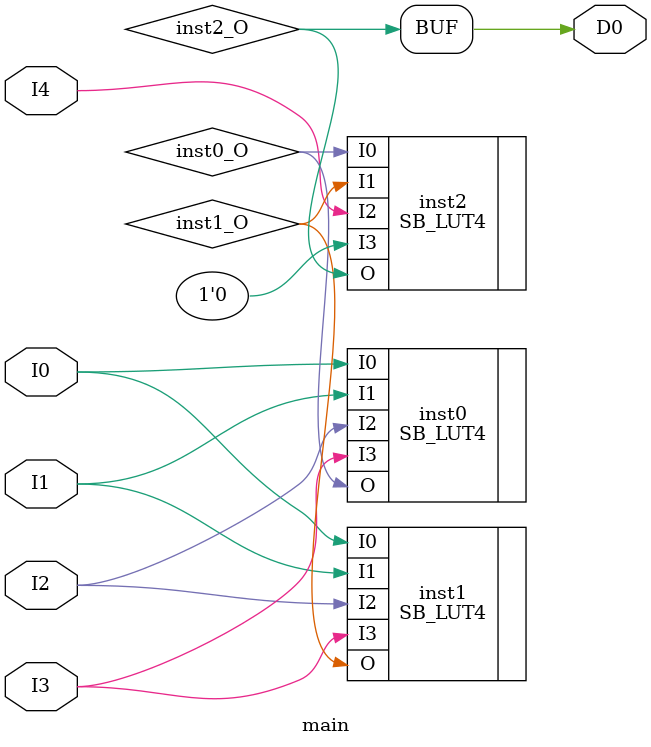
<source format=v>
module main (input  I0, input  I1, input  I2, input  I3, input  I4, output  D0);
wire  inst0_O;
wire  inst1_O;
wire  inst2_O;
SB_LUT4 #(.LUT_INIT(16'h0000)) inst0 (.I0(I0), .I1(I1), .I2(I2), .I3(I3), .O(inst0_O));
SB_LUT4 #(.LUT_INIT(16'h8000)) inst1 (.I0(I0), .I1(I1), .I2(I2), .I3(I3), .O(inst1_O));
SB_LUT4 #(.LUT_INIT(16'hCACA)) inst2 (.I0(inst0_O), .I1(inst1_O), .I2(I4), .I3(1'b0), .O(inst2_O));
assign D0 = inst2_O;
endmodule


</source>
